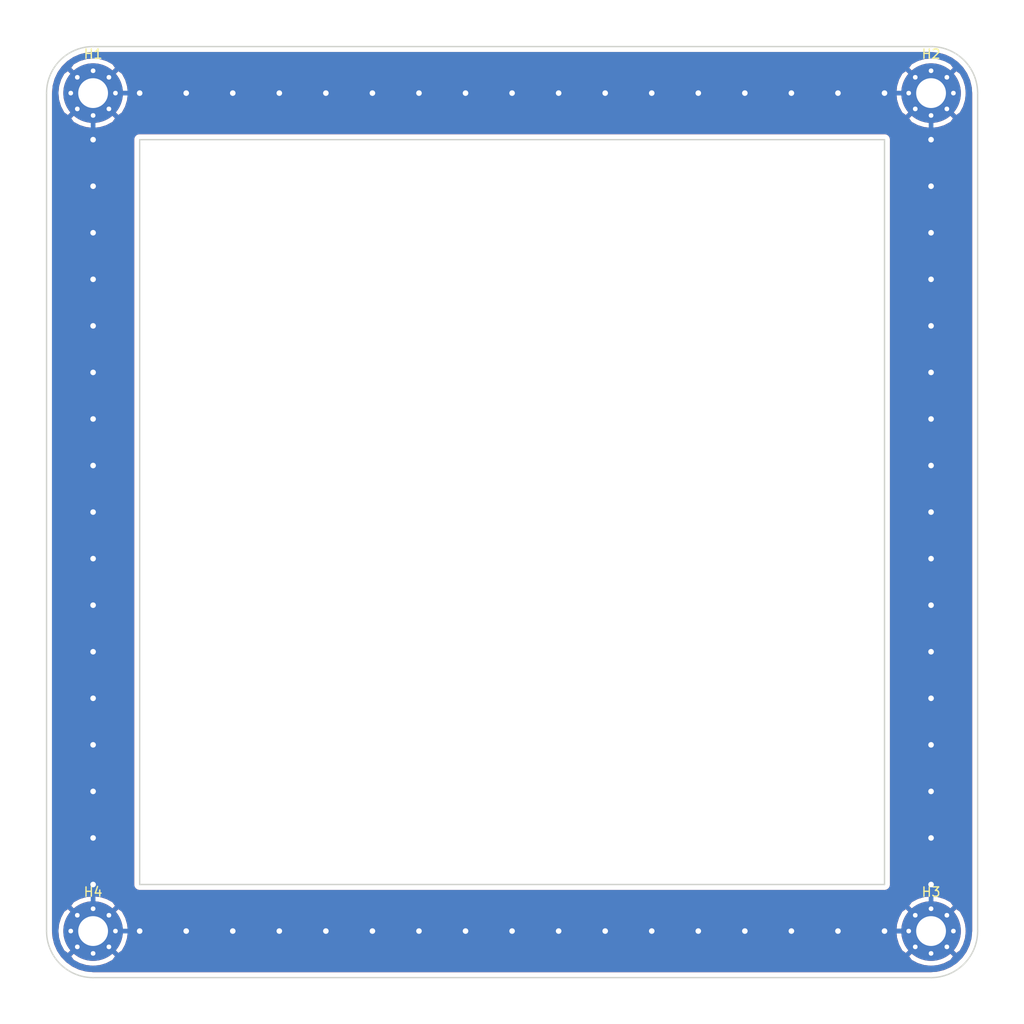
<source format=kicad_pcb>
(kicad_pcb (version 20171130) (host pcbnew "(5.1.6)-1")

  (general
    (thickness 1.6)
    (drawings 38)
    (tracks 111)
    (zones 0)
    (modules 4)
    (nets 2)
  )

  (page A4)
  (layers
    (0 F.Cu signal)
    (31 B.Cu signal)
    (32 B.Adhes user)
    (33 F.Adhes user)
    (34 B.Paste user)
    (35 F.Paste user)
    (36 B.SilkS user)
    (37 F.SilkS user)
    (38 B.Mask user)
    (39 F.Mask user)
    (40 Dwgs.User user)
    (41 Cmts.User user)
    (42 Eco1.User user)
    (43 Eco2.User user)
    (44 Edge.Cuts user)
    (45 Margin user)
    (46 B.CrtYd user)
    (47 F.CrtYd user)
    (48 B.Fab user)
    (49 F.Fab user)
  )

  (setup
    (last_trace_width 0.5)
    (trace_clearance 0.3)
    (zone_clearance 0.508)
    (zone_45_only no)
    (trace_min 0.2)
    (via_size 1)
    (via_drill 0.6)
    (via_min_size 0.4)
    (via_min_drill 0.3)
    (uvia_size 0.3)
    (uvia_drill 0.1)
    (uvias_allowed no)
    (uvia_min_size 0.2)
    (uvia_min_drill 0.1)
    (edge_width 0.05)
    (segment_width 0.2)
    (pcb_text_width 0.3)
    (pcb_text_size 1.5 1.5)
    (mod_edge_width 0.12)
    (mod_text_size 1 1)
    (mod_text_width 0.15)
    (pad_size 8.5 8.5)
    (pad_drill 4.3)
    (pad_to_mask_clearance 0.05)
    (aux_axis_origin 0 0)
    (visible_elements 7FFFFF7F)
    (pcbplotparams
      (layerselection 0x310fc_ffffffff)
      (usegerberextensions false)
      (usegerberattributes true)
      (usegerberadvancedattributes true)
      (creategerberjobfile false)
      (excludeedgelayer false)
      (linewidth 0.100000)
      (plotframeref false)
      (viasonmask false)
      (mode 1)
      (useauxorigin true)
      (hpglpennumber 1)
      (hpglpenspeed 20)
      (hpglpendiameter 15.000000)
      (psnegative false)
      (psa4output false)
      (plotreference true)
      (plotvalue true)
      (plotinvisibletext false)
      (padsonsilk true)
      (subtractmaskfromsilk false)
      (outputformat 1)
      (mirror false)
      (drillshape 0)
      (scaleselection 1)
      (outputdirectory "gerbers/"))
  )

  (net 0 "")
  (net 1 GND)

  (net_class Default "This is the default net class."
    (clearance 0.3)
    (trace_width 0.5)
    (via_dia 1)
    (via_drill 0.6)
    (uvia_dia 0.3)
    (uvia_drill 0.1)
    (add_net GND)
  )

  (module MountingHole:MountingHole_3.2mm_M3_Pad_Via (layer F.Cu) (tedit 56DDBCCA) (tstamp 5FCD6E3F)
    (at 105 60)
    (descr "Mounting Hole 3.2mm, M3")
    (tags "mounting hole 3.2mm m3")
    (path /5FCC1D68)
    (attr virtual)
    (fp_text reference H1 (at 0 -4.2) (layer F.SilkS)
      (effects (font (size 1 1) (thickness 0.15)))
    )
    (fp_text value MountingHole_Pad (at 0 4.2) (layer F.Fab)
      (effects (font (size 1 1) (thickness 0.15)))
    )
    (fp_circle (center 0 0) (end 3.2 0) (layer Cmts.User) (width 0.15))
    (fp_circle (center 0 0) (end 3.45 0) (layer F.CrtYd) (width 0.05))
    (fp_text user %R (at 0.3 0) (layer F.Fab)
      (effects (font (size 1 1) (thickness 0.15)))
    )
    (pad 1 thru_hole circle (at 0 0) (size 6.4 6.4) (drill 3.2) (layers *.Cu *.Mask)
      (net 1 GND))
    (pad 1 thru_hole circle (at 2.4 0) (size 0.8 0.8) (drill 0.5) (layers *.Cu *.Mask)
      (net 1 GND))
    (pad 1 thru_hole circle (at 1.697056 1.697056) (size 0.8 0.8) (drill 0.5) (layers *.Cu *.Mask)
      (net 1 GND))
    (pad 1 thru_hole circle (at 0 2.4) (size 0.8 0.8) (drill 0.5) (layers *.Cu *.Mask)
      (net 1 GND))
    (pad 1 thru_hole circle (at -1.697056 1.697056) (size 0.8 0.8) (drill 0.5) (layers *.Cu *.Mask)
      (net 1 GND))
    (pad 1 thru_hole circle (at -2.4 0) (size 0.8 0.8) (drill 0.5) (layers *.Cu *.Mask)
      (net 1 GND))
    (pad 1 thru_hole circle (at -1.697056 -1.697056) (size 0.8 0.8) (drill 0.5) (layers *.Cu *.Mask)
      (net 1 GND))
    (pad 1 thru_hole circle (at 0 -2.4) (size 0.8 0.8) (drill 0.5) (layers *.Cu *.Mask)
      (net 1 GND))
    (pad 1 thru_hole circle (at 1.697056 -1.697056) (size 0.8 0.8) (drill 0.5) (layers *.Cu *.Mask)
      (net 1 GND))
  )

  (module MountingHole:MountingHole_3.2mm_M3_Pad_Via (layer F.Cu) (tedit 56DDBCCA) (tstamp 5FCD6E4F)
    (at 195 60)
    (descr "Mounting Hole 3.2mm, M3")
    (tags "mounting hole 3.2mm m3")
    (path /5FCD7741)
    (attr virtual)
    (fp_text reference H2 (at 0 -4.2) (layer F.SilkS)
      (effects (font (size 1 1) (thickness 0.15)))
    )
    (fp_text value MountingHole_Pad (at 0 4.2) (layer F.Fab)
      (effects (font (size 1 1) (thickness 0.15)))
    )
    (fp_circle (center 0 0) (end 3.2 0) (layer Cmts.User) (width 0.15))
    (fp_circle (center 0 0) (end 3.45 0) (layer F.CrtYd) (width 0.05))
    (fp_text user %R (at 0.3 0) (layer F.Fab)
      (effects (font (size 1 1) (thickness 0.15)))
    )
    (pad 1 thru_hole circle (at 0 0) (size 6.4 6.4) (drill 3.2) (layers *.Cu *.Mask)
      (net 1 GND))
    (pad 1 thru_hole circle (at 2.4 0) (size 0.8 0.8) (drill 0.5) (layers *.Cu *.Mask)
      (net 1 GND))
    (pad 1 thru_hole circle (at 1.697056 1.697056) (size 0.8 0.8) (drill 0.5) (layers *.Cu *.Mask)
      (net 1 GND))
    (pad 1 thru_hole circle (at 0 2.4) (size 0.8 0.8) (drill 0.5) (layers *.Cu *.Mask)
      (net 1 GND))
    (pad 1 thru_hole circle (at -1.697056 1.697056) (size 0.8 0.8) (drill 0.5) (layers *.Cu *.Mask)
      (net 1 GND))
    (pad 1 thru_hole circle (at -2.4 0) (size 0.8 0.8) (drill 0.5) (layers *.Cu *.Mask)
      (net 1 GND))
    (pad 1 thru_hole circle (at -1.697056 -1.697056) (size 0.8 0.8) (drill 0.5) (layers *.Cu *.Mask)
      (net 1 GND))
    (pad 1 thru_hole circle (at 0 -2.4) (size 0.8 0.8) (drill 0.5) (layers *.Cu *.Mask)
      (net 1 GND))
    (pad 1 thru_hole circle (at 1.697056 -1.697056) (size 0.8 0.8) (drill 0.5) (layers *.Cu *.Mask)
      (net 1 GND))
  )

  (module MountingHole:MountingHole_3.2mm_M3_Pad_Via (layer F.Cu) (tedit 56DDBCCA) (tstamp 5FCD6E5F)
    (at 195 150)
    (descr "Mounting Hole 3.2mm, M3")
    (tags "mounting hole 3.2mm m3")
    (path /5FCCD464)
    (attr virtual)
    (fp_text reference H3 (at 0 -4.2) (layer F.SilkS)
      (effects (font (size 1 1) (thickness 0.15)))
    )
    (fp_text value MountingHole_Pad (at 0 4.2) (layer F.Fab)
      (effects (font (size 1 1) (thickness 0.15)))
    )
    (fp_circle (center 0 0) (end 3.45 0) (layer F.CrtYd) (width 0.05))
    (fp_circle (center 0 0) (end 3.2 0) (layer Cmts.User) (width 0.15))
    (fp_text user %R (at 0.3 0) (layer F.Fab)
      (effects (font (size 1 1) (thickness 0.15)))
    )
    (pad 1 thru_hole circle (at 1.697056 -1.697056) (size 0.8 0.8) (drill 0.5) (layers *.Cu *.Mask)
      (net 1 GND))
    (pad 1 thru_hole circle (at 0 -2.4) (size 0.8 0.8) (drill 0.5) (layers *.Cu *.Mask)
      (net 1 GND))
    (pad 1 thru_hole circle (at -1.697056 -1.697056) (size 0.8 0.8) (drill 0.5) (layers *.Cu *.Mask)
      (net 1 GND))
    (pad 1 thru_hole circle (at -2.4 0) (size 0.8 0.8) (drill 0.5) (layers *.Cu *.Mask)
      (net 1 GND))
    (pad 1 thru_hole circle (at -1.697056 1.697056) (size 0.8 0.8) (drill 0.5) (layers *.Cu *.Mask)
      (net 1 GND))
    (pad 1 thru_hole circle (at 0 2.4) (size 0.8 0.8) (drill 0.5) (layers *.Cu *.Mask)
      (net 1 GND))
    (pad 1 thru_hole circle (at 1.697056 1.697056) (size 0.8 0.8) (drill 0.5) (layers *.Cu *.Mask)
      (net 1 GND))
    (pad 1 thru_hole circle (at 2.4 0) (size 0.8 0.8) (drill 0.5) (layers *.Cu *.Mask)
      (net 1 GND))
    (pad 1 thru_hole circle (at 0 0) (size 6.4 6.4) (drill 3.2) (layers *.Cu *.Mask)
      (net 1 GND))
  )

  (module MountingHole:MountingHole_3.2mm_M3_Pad_Via (layer F.Cu) (tedit 56DDBCCA) (tstamp 5FCD6E6F)
    (at 105 150)
    (descr "Mounting Hole 3.2mm, M3")
    (tags "mounting hole 3.2mm m3")
    (path /5FCE1C37)
    (attr virtual)
    (fp_text reference H4 (at 0 -4.2) (layer F.SilkS)
      (effects (font (size 1 1) (thickness 0.15)))
    )
    (fp_text value MountingHole_Pad (at 0 4.2) (layer F.Fab)
      (effects (font (size 1 1) (thickness 0.15)))
    )
    (fp_circle (center 0 0) (end 3.45 0) (layer F.CrtYd) (width 0.05))
    (fp_circle (center 0 0) (end 3.2 0) (layer Cmts.User) (width 0.15))
    (fp_text user %R (at 0.3 0) (layer F.Fab)
      (effects (font (size 1 1) (thickness 0.15)))
    )
    (pad 1 thru_hole circle (at 1.697056 -1.697056) (size 0.8 0.8) (drill 0.5) (layers *.Cu *.Mask)
      (net 1 GND))
    (pad 1 thru_hole circle (at 0 -2.4) (size 0.8 0.8) (drill 0.5) (layers *.Cu *.Mask)
      (net 1 GND))
    (pad 1 thru_hole circle (at -1.697056 -1.697056) (size 0.8 0.8) (drill 0.5) (layers *.Cu *.Mask)
      (net 1 GND))
    (pad 1 thru_hole circle (at -2.4 0) (size 0.8 0.8) (drill 0.5) (layers *.Cu *.Mask)
      (net 1 GND))
    (pad 1 thru_hole circle (at -1.697056 1.697056) (size 0.8 0.8) (drill 0.5) (layers *.Cu *.Mask)
      (net 1 GND))
    (pad 1 thru_hole circle (at 0 2.4) (size 0.8 0.8) (drill 0.5) (layers *.Cu *.Mask)
      (net 1 GND))
    (pad 1 thru_hole circle (at 1.697056 1.697056) (size 0.8 0.8) (drill 0.5) (layers *.Cu *.Mask)
      (net 1 GND))
    (pad 1 thru_hole circle (at 2.4 0) (size 0.8 0.8) (drill 0.5) (layers *.Cu *.Mask)
      (net 1 GND))
    (pad 1 thru_hole circle (at 0 0) (size 6.4 6.4) (drill 3.2) (layers *.Cu *.Mask)
      (net 1 GND))
  )

  (gr_line (start 115 80) (end 185 80) (layer Eco2.User) (width 0.15))
  (gr_line (start 115 90) (end 115 80) (layer Eco2.User) (width 0.15))
  (gr_line (start 185 90) (end 115 90) (layer Eco2.User) (width 0.15))
  (gr_line (start 185 100) (end 185 90) (layer Eco2.User) (width 0.15))
  (gr_line (start 115 100) (end 185 100) (layer Eco2.User) (width 0.15))
  (gr_line (start 115 110) (end 115 100) (layer Eco2.User) (width 0.15))
  (gr_line (start 185 110) (end 115 110) (layer Eco2.User) (width 0.15))
  (gr_line (start 185 120) (end 185 110) (layer Eco2.User) (width 0.15))
  (gr_line (start 115 120) (end 185 120) (layer Eco2.User) (width 0.15))
  (gr_line (start 115 130) (end 115 120) (layer Eco2.User) (width 0.15))
  (gr_line (start 185 130) (end 115 130) (layer Eco2.User) (width 0.15))
  (gr_line (start 175 70) (end 175 140) (layer Eco2.User) (width 0.15))
  (gr_line (start 165 70) (end 175 70) (layer Eco2.User) (width 0.15))
  (gr_line (start 165 140) (end 165 70) (layer Eco2.User) (width 0.15))
  (gr_line (start 155 140) (end 165 140) (layer Eco2.User) (width 0.15))
  (gr_line (start 155 70) (end 155 140) (layer Eco2.User) (width 0.15))
  (gr_line (start 145 70) (end 155 70) (layer Eco2.User) (width 0.15))
  (gr_line (start 145 140) (end 145 70) (layer Eco2.User) (width 0.15))
  (gr_line (start 135 140) (end 145 140) (layer Eco2.User) (width 0.15))
  (gr_line (start 135 70) (end 135 140) (layer Eco2.User) (width 0.15))
  (gr_line (start 125 70) (end 135 70) (layer Eco2.User) (width 0.15))
  (gr_line (start 125 140) (end 125 70) (layer Eco2.User) (width 0.15))
  (gr_line (start 115 140) (end 185 140) (layer Eco2.User) (width 0.15) (tstamp 5FC9EB81))
  (gr_line (start 115 70) (end 115 140) (layer Eco2.User) (width 0.15))
  (gr_line (start 185 70) (end 115 70) (layer Eco2.User) (width 0.15))
  (gr_line (start 185 140) (end 185 70) (layer Eco2.User) (width 0.15))
  (gr_arc (start 195 60) (end 200 60) (angle -90) (layer Edge.Cuts) (width 0.15))
  (gr_arc (start 195 150) (end 195 155) (angle -90) (layer Edge.Cuts) (width 0.15))
  (gr_arc (start 105 150) (end 100 150) (angle -90) (layer Edge.Cuts) (width 0.15))
  (gr_arc (start 105 60) (end 105 55) (angle -90) (layer Edge.Cuts) (width 0.15))
  (gr_line (start 100 150) (end 100 60) (layer Edge.Cuts) (width 0.15))
  (gr_line (start 195 155) (end 105 155) (layer Edge.Cuts) (width 0.15))
  (gr_line (start 200 60) (end 200 150) (layer Edge.Cuts) (width 0.15))
  (gr_line (start 105 55) (end 195 55) (layer Edge.Cuts) (width 0.15))
  (gr_line (start 110 65) (end 110 145) (layer Edge.Cuts) (width 0.15) (tstamp 5F973D88))
  (gr_line (start 190 145) (end 110 145) (layer Edge.Cuts) (width 0.15))
  (gr_line (start 190 65) (end 190 145) (layer Edge.Cuts) (width 0.15))
  (gr_line (start 110 65) (end 190 65) (layer Edge.Cuts) (width 0.15) (tstamp 5FA1ED95))

  (segment (start 195 150) (end 185 150) (width 0.5) (layer B.Cu) (net 1))
  (segment (start 105 60) (end 105 136) (width 0.5) (layer B.Cu) (net 1))
  (segment (start 105 136) (end 105 150) (width 0.5) (layer B.Cu) (net 1))
  (segment (start 195 60) (end 195 98.5) (width 0.5) (layer B.Cu) (net 1))
  (segment (start 195 98.5) (end 195 150) (width 0.5) (layer B.Cu) (net 1))
  (via (at 105 65) (size 1) (drill 0.6) (layers F.Cu B.Cu) (net 1) (tstamp 5F9F24E4))
  (via (at 105 70) (size 1) (drill 0.6) (layers F.Cu B.Cu) (net 1) (tstamp 5F9F2503))
  (via (at 105 75) (size 1) (drill 0.6) (layers F.Cu B.Cu) (net 1) (tstamp 5F9F2505))
  (via (at 105 80) (size 1) (drill 0.6) (layers F.Cu B.Cu) (net 1) (tstamp 5F9F2507))
  (via (at 105 85) (size 1) (drill 0.6) (layers F.Cu B.Cu) (net 1) (tstamp 5F9F2509))
  (via (at 105 90) (size 1) (drill 0.6) (layers F.Cu B.Cu) (net 1) (tstamp 5F9F250B))
  (via (at 105 95) (size 1) (drill 0.6) (layers F.Cu B.Cu) (net 1) (tstamp 5F9F250D))
  (via (at 105 105) (size 1) (drill 0.6) (layers F.Cu B.Cu) (net 1) (tstamp 5F9F2511))
  (via (at 105 110) (size 1) (drill 0.6) (layers F.Cu B.Cu) (net 1) (tstamp 5F9F2513))
  (via (at 105 115) (size 1) (drill 0.6) (layers F.Cu B.Cu) (net 1) (tstamp 5F9F2515))
  (via (at 105 120) (size 1) (drill 0.6) (layers F.Cu B.Cu) (net 1) (tstamp 5F9F2517))
  (via (at 105 130) (size 1) (drill 0.6) (layers F.Cu B.Cu) (net 1) (tstamp 5F9F251B))
  (via (at 105 135) (size 1) (drill 0.6) (layers F.Cu B.Cu) (net 1) (tstamp 5F9F251D))
  (via (at 105 140) (size 1) (drill 0.6) (layers F.Cu B.Cu) (net 1) (tstamp 5F9F251F))
  (via (at 105 145) (size 1) (drill 0.6) (layers F.Cu B.Cu) (net 1) (tstamp 5F9F2521))
  (via (at 110 60) (size 1) (drill 0.6) (layers F.Cu B.Cu) (net 1) (tstamp 5F9F2545))
  (via (at 115 60) (size 1) (drill 0.6) (layers F.Cu B.Cu) (net 1) (tstamp 5F9F2548))
  (via (at 120 60) (size 1) (drill 0.6) (layers F.Cu B.Cu) (net 1) (tstamp 5F9F254A))
  (via (at 125 60) (size 1) (drill 0.6) (layers F.Cu B.Cu) (net 1) (tstamp 5F9F254C))
  (via (at 130 60) (size 1) (drill 0.6) (layers F.Cu B.Cu) (net 1) (tstamp 5F9F254E))
  (via (at 135 60) (size 1) (drill 0.6) (layers F.Cu B.Cu) (net 1) (tstamp 5F9F2550))
  (via (at 140 60) (size 1) (drill 0.6) (layers F.Cu B.Cu) (net 1) (tstamp 5F9F2552))
  (via (at 145 60) (size 1) (drill 0.6) (layers F.Cu B.Cu) (net 1) (tstamp 5F9F2554))
  (via (at 150 60) (size 1) (drill 0.6) (layers F.Cu B.Cu) (net 1) (tstamp 5F9F2556))
  (via (at 155 60) (size 1) (drill 0.6) (layers F.Cu B.Cu) (net 1) (tstamp 5F9F2558))
  (via (at 160 60) (size 1) (drill 0.6) (layers F.Cu B.Cu) (net 1) (tstamp 5F9F255A))
  (via (at 170 60) (size 1) (drill 0.6) (layers F.Cu B.Cu) (net 1) (tstamp 5F9F255E))
  (via (at 175 60) (size 1) (drill 0.6) (layers F.Cu B.Cu) (net 1) (tstamp 5F9F2560))
  (via (at 180 60) (size 1) (drill 0.6) (layers F.Cu B.Cu) (net 1) (tstamp 5F9F2562))
  (via (at 185 60) (size 1) (drill 0.6) (layers F.Cu B.Cu) (net 1) (tstamp 5F9F2564))
  (via (at 190 60) (size 1) (drill 0.6) (layers F.Cu B.Cu) (net 1) (tstamp 5F9F2566))
  (via (at 195 65) (size 1) (drill 0.6) (layers F.Cu B.Cu) (net 1) (tstamp 5F9F257B))
  (via (at 195 70) (size 1) (drill 0.6) (layers F.Cu B.Cu) (net 1) (tstamp 5F9F257F))
  (via (at 195 75) (size 1) (drill 0.6) (layers F.Cu B.Cu) (net 1) (tstamp 5F9F2581))
  (via (at 195 80) (size 1) (drill 0.6) (layers F.Cu B.Cu) (net 1) (tstamp 5F9F2583))
  (via (at 195 85) (size 1) (drill 0.6) (layers F.Cu B.Cu) (net 1) (tstamp 5F9F2585))
  (via (at 195 90) (size 1) (drill 0.6) (layers F.Cu B.Cu) (net 1) (tstamp 5F9F2587))
  (via (at 195 95) (size 1) (drill 0.6) (layers F.Cu B.Cu) (net 1) (tstamp 5F9F2589))
  (via (at 195 100) (size 1) (drill 0.6) (layers F.Cu B.Cu) (net 1) (tstamp 5F9F258B))
  (via (at 195 105) (size 1) (drill 0.6) (layers F.Cu B.Cu) (net 1) (tstamp 5F9F258D))
  (via (at 195 110) (size 1) (drill 0.6) (layers F.Cu B.Cu) (net 1) (tstamp 5F9F258F))
  (via (at 195 115) (size 1) (drill 0.6) (layers F.Cu B.Cu) (net 1) (tstamp 5F9F2591))
  (via (at 195 120) (size 1) (drill 0.6) (layers F.Cu B.Cu) (net 1) (tstamp 5F9F2593))
  (via (at 195 125) (size 1) (drill 0.6) (layers F.Cu B.Cu) (net 1) (tstamp 5F9F2595))
  (via (at 195 130) (size 1) (drill 0.6) (layers F.Cu B.Cu) (net 1) (tstamp 5F9F2597))
  (via (at 195 135) (size 1) (drill 0.6) (layers F.Cu B.Cu) (net 1) (tstamp 5F9F2599))
  (via (at 195 140) (size 1) (drill 0.6) (layers F.Cu B.Cu) (net 1) (tstamp 5F9F259B))
  (via (at 195 145) (size 1) (drill 0.6) (layers F.Cu B.Cu) (net 1) (tstamp 5F9F259D))
  (via (at 110 150) (size 1) (drill 0.6) (layers F.Cu B.Cu) (net 1) (tstamp 5F9F25A0))
  (via (at 115 150) (size 1) (drill 0.6) (layers F.Cu B.Cu) (net 1) (tstamp 5F9F25A5))
  (via (at 125 150) (size 1) (drill 0.6) (layers F.Cu B.Cu) (net 1) (tstamp 5F9F25A9))
  (via (at 130 150) (size 1) (drill 0.6) (layers F.Cu B.Cu) (net 1) (tstamp 5F9F25AB))
  (via (at 135 150) (size 1) (drill 0.6) (layers F.Cu B.Cu) (net 1) (tstamp 5F9F25AD))
  (via (at 145 150) (size 1) (drill 0.6) (layers F.Cu B.Cu) (net 1) (tstamp 5F9F25B1))
  (via (at 150 150) (size 1) (drill 0.6) (layers F.Cu B.Cu) (net 1) (tstamp 5F9F25B3))
  (via (at 160 150) (size 1) (drill 0.6) (layers F.Cu B.Cu) (net 1) (tstamp 5F9F25B7))
  (via (at 165 150) (size 1) (drill 0.6) (layers F.Cu B.Cu) (net 1) (tstamp 5F9F25B9))
  (via (at 170 150) (size 1) (drill 0.6) (layers F.Cu B.Cu) (net 1) (tstamp 5F9F25BB))
  (via (at 175 150) (size 1) (drill 0.6) (layers F.Cu B.Cu) (net 1) (tstamp 5F9F25BD))
  (via (at 180 150) (size 1) (drill 0.6) (layers F.Cu B.Cu) (net 1) (tstamp 5F9F25BF))
  (via (at 185 150) (size 1) (drill 0.6) (layers F.Cu B.Cu) (net 1) (tstamp 5F9F25C1))
  (via (at 190 150) (size 1) (drill 0.6) (layers F.Cu B.Cu) (net 1) (tstamp 5F9F25C3))
  (via (at 105 100) (size 1) (drill 0.6) (layers F.Cu B.Cu) (net 1) (tstamp 5F9F4563))
  (via (at 105 125) (size 1) (drill 0.6) (layers F.Cu B.Cu) (net 1) (tstamp 5F9F45C9))
  (segment (start 181 60) (end 182 60) (width 0.5) (layer B.Cu) (net 1))
  (segment (start 175.25 60.25) (end 175 60) (width 0.5) (layer B.Cu) (net 1))
  (via (at 165 60) (size 1) (drill 0.6) (layers F.Cu B.Cu) (net 1) (tstamp 5FC9E6D2))
  (via (at 120 150) (size 1) (drill 0.6) (layers F.Cu B.Cu) (net 1) (tstamp 5FC9E6D5))
  (via (at 140 150) (size 1) (drill 0.6) (layers F.Cu B.Cu) (net 1) (tstamp 5FC9E6D8))
  (via (at 155 150) (size 1) (drill 0.6) (layers F.Cu B.Cu) (net 1) (tstamp 5FC9E6DB))
  (segment (start 117 150) (end 113 150) (width 0.5) (layer B.Cu) (net 1))
  (segment (start 113 150) (end 105 150) (width 0.5) (layer B.Cu) (net 1))
  (segment (start 127 60) (end 133 60) (width 0.5) (layer B.Cu) (net 1))
  (segment (start 133 150) (end 127 150) (width 0.5) (layer B.Cu) (net 1))
  (segment (start 117 60) (end 118 60) (width 0.5) (layer B.Cu) (net 1))
  (segment (start 118 60) (end 127 60) (width 0.5) (layer B.Cu) (net 1))
  (segment (start 105 60) (end 113 60) (width 0.5) (layer B.Cu) (net 1))
  (segment (start 113 60) (end 117 60) (width 0.5) (layer B.Cu) (net 1))
  (segment (start 127 150) (end 118 150) (width 0.5) (layer B.Cu) (net 1))
  (segment (start 118 150) (end 117 150) (width 0.5) (layer B.Cu) (net 1))
  (segment (start 147 60) (end 149 60) (width 0.5) (layer B.Cu) (net 1))
  (segment (start 149 150) (end 147 150) (width 0.5) (layer B.Cu) (net 1))
  (segment (start 147 150) (end 146.5 150) (width 0.5) (layer B.Cu) (net 1))
  (segment (start 149 60) (end 153 60) (width 0.5) (layer B.Cu) (net 1))
  (segment (start 153 150) (end 149 150) (width 0.5) (layer B.Cu) (net 1))
  (segment (start 171.5 150) (end 167 150) (width 0.5) (layer B.Cu) (net 1))
  (segment (start 167 150) (end 161.5 150) (width 0.5) (layer B.Cu) (net 1))
  (segment (start 167 60) (end 173 60) (width 0.5) (layer B.Cu) (net 1))
  (segment (start 178 150) (end 173 150) (width 0.5) (layer B.Cu) (net 1))
  (segment (start 173 150) (end 171.5 150) (width 0.5) (layer B.Cu) (net 1))
  (segment (start 195 150) (end 187 150) (width 0.5) (layer B.Cu) (net 1))
  (segment (start 182 60) (end 187 60) (width 0.5) (layer B.Cu) (net 1))
  (segment (start 187 60) (end 195 60) (width 0.5) (layer B.Cu) (net 1))
  (segment (start 133 60) (end 138 60) (width 0.5) (layer B.Cu) (net 1))
  (segment (start 138 60) (end 147 60) (width 0.5) (layer B.Cu) (net 1))
  (segment (start 138 150) (end 133 150) (width 0.5) (layer B.Cu) (net 1))
  (segment (start 153 60) (end 158 60) (width 0.5) (layer B.Cu) (net 1))
  (segment (start 158 60) (end 167 60) (width 0.5) (layer B.Cu) (net 1))
  (segment (start 161.5 150) (end 158 150) (width 0.5) (layer B.Cu) (net 1))
  (segment (start 158 150) (end 153 150) (width 0.5) (layer B.Cu) (net 1))
  (segment (start 173 60) (end 178 60) (width 0.5) (layer B.Cu) (net 1))
  (segment (start 178 60) (end 181 60) (width 0.5) (layer B.Cu) (net 1))
  (segment (start 141.5 150) (end 138 150) (width 0.5) (layer B.Cu) (net 1))
  (segment (start 146.5 150) (end 141.5 150) (width 0.5) (layer B.Cu) (net 1))
  (segment (start 181.5 150) (end 178 150) (width 0.5) (layer B.Cu) (net 1))
  (segment (start 187 150) (end 181.5 150) (width 0.5) (layer B.Cu) (net 1))

  (zone (net 1) (net_name GND) (layer F.Cu) (tstamp 5FCD1929) (hatch edge 0.508)
    (connect_pads (clearance 0.508))
    (min_thickness 0.254)
    (fill yes (arc_segments 32) (thermal_gap 0.508) (thermal_bridge_width 0.508))
    (polygon
      (pts
        (xy 205 160) (xy 95 160) (xy 95 50) (xy 205 50)
      )
    )
    (filled_polygon
      (pts
        (xy 195.759192 55.780578) (xy 196.494389 55.981705) (xy 197.182351 56.309846) (xy 197.801331 56.754628) (xy 198.331761 57.301988)
        (xy 198.756884 57.934639) (xy 199.063251 58.632561) (xy 199.242499 59.379183) (xy 199.29 60.02603) (xy 199.290001 149.96837)
        (xy 199.219422 150.759193) (xy 199.018295 151.494389) (xy 198.690152 152.182355) (xy 198.245374 152.801328) (xy 197.698012 153.331761)
        (xy 197.065362 153.756883) (xy 196.367439 154.063251) (xy 195.620819 154.242499) (xy 194.97397 154.29) (xy 105.031618 154.29)
        (xy 104.240807 154.219422) (xy 103.505611 154.018295) (xy 102.817645 153.690152) (xy 102.198672 153.245374) (xy 101.67102 152.700881)
        (xy 102.478724 152.700881) (xy 102.838912 153.190548) (xy 103.502882 153.550849) (xy 104.224385 153.774694) (xy 104.975695 153.85348)
        (xy 105.727938 153.784178) (xy 106.452208 153.569452) (xy 107.12067 153.217555) (xy 107.161088 153.190548) (xy 107.521276 152.700881)
        (xy 192.478724 152.700881) (xy 192.838912 153.190548) (xy 193.502882 153.550849) (xy 194.224385 153.774694) (xy 194.975695 153.85348)
        (xy 195.727938 153.784178) (xy 196.452208 153.569452) (xy 197.12067 153.217555) (xy 197.161088 153.190548) (xy 197.521276 152.700881)
        (xy 195 150.179605) (xy 192.478724 152.700881) (xy 107.521276 152.700881) (xy 105 150.179605) (xy 102.478724 152.700881)
        (xy 101.67102 152.700881) (xy 101.668239 152.698012) (xy 101.243117 152.065362) (xy 100.936749 151.367439) (xy 100.757501 150.620819)
        (xy 100.710127 149.975695) (xy 101.14652 149.975695) (xy 101.215822 150.727938) (xy 101.430548 151.452208) (xy 101.782445 152.12067)
        (xy 101.809452 152.161088) (xy 102.299119 152.521276) (xy 104.820395 150) (xy 105.179605 150) (xy 107.700881 152.521276)
        (xy 108.190548 152.161088) (xy 108.550849 151.497118) (xy 108.774694 150.775615) (xy 108.85348 150.024305) (xy 108.849002 149.975695)
        (xy 191.14652 149.975695) (xy 191.215822 150.727938) (xy 191.430548 151.452208) (xy 191.782445 152.12067) (xy 191.809452 152.161088)
        (xy 192.299119 152.521276) (xy 194.820395 150) (xy 195.179605 150) (xy 197.700881 152.521276) (xy 198.190548 152.161088)
        (xy 198.550849 151.497118) (xy 198.774694 150.775615) (xy 198.85348 150.024305) (xy 198.784178 149.272062) (xy 198.569452 148.547792)
        (xy 198.217555 147.87933) (xy 198.190548 147.838912) (xy 197.700881 147.478724) (xy 195.179605 150) (xy 194.820395 150)
        (xy 192.299119 147.478724) (xy 191.809452 147.838912) (xy 191.449151 148.502882) (xy 191.225306 149.224385) (xy 191.14652 149.975695)
        (xy 108.849002 149.975695) (xy 108.784178 149.272062) (xy 108.569452 148.547792) (xy 108.217555 147.87933) (xy 108.190548 147.838912)
        (xy 107.700881 147.478724) (xy 105.179605 150) (xy 104.820395 150) (xy 102.299119 147.478724) (xy 101.809452 147.838912)
        (xy 101.449151 148.502882) (xy 101.225306 149.224385) (xy 101.14652 149.975695) (xy 100.710127 149.975695) (xy 100.71 149.97397)
        (xy 100.71 147.299119) (xy 102.478724 147.299119) (xy 105 149.820395) (xy 107.521276 147.299119) (xy 192.478724 147.299119)
        (xy 195 149.820395) (xy 197.521276 147.299119) (xy 197.161088 146.809452) (xy 196.497118 146.449151) (xy 195.775615 146.225306)
        (xy 195.024305 146.14652) (xy 194.272062 146.215822) (xy 193.547792 146.430548) (xy 192.87933 146.782445) (xy 192.838912 146.809452)
        (xy 192.478724 147.299119) (xy 107.521276 147.299119) (xy 107.161088 146.809452) (xy 106.497118 146.449151) (xy 105.775615 146.225306)
        (xy 105.024305 146.14652) (xy 104.272062 146.215822) (xy 103.547792 146.430548) (xy 102.87933 146.782445) (xy 102.838912 146.809452)
        (xy 102.478724 147.299119) (xy 100.71 147.299119) (xy 100.71 65) (xy 109.286565 65) (xy 109.29 65.034877)
        (xy 109.290001 144.965113) (xy 109.286565 145) (xy 109.300273 145.139184) (xy 109.340872 145.27302) (xy 109.4068 145.396363)
        (xy 109.495525 145.504475) (xy 109.603637 145.5932) (xy 109.72698 145.659128) (xy 109.860816 145.699727) (xy 109.965123 145.71)
        (xy 110 145.713435) (xy 110.034877 145.71) (xy 189.965123 145.71) (xy 190 145.713435) (xy 190.034877 145.71)
        (xy 190.139184 145.699727) (xy 190.27302 145.659128) (xy 190.396363 145.5932) (xy 190.504475 145.504475) (xy 190.5932 145.396363)
        (xy 190.659128 145.27302) (xy 190.699727 145.139184) (xy 190.713435 145) (xy 190.71 144.965123) (xy 190.71 65.034877)
        (xy 190.713435 65) (xy 190.699727 64.860816) (xy 190.659128 64.72698) (xy 190.5932 64.603637) (xy 190.504475 64.495525)
        (xy 190.396363 64.4068) (xy 190.27302 64.340872) (xy 190.139184 64.300273) (xy 190.034877 64.29) (xy 190 64.286565)
        (xy 189.965123 64.29) (xy 110.034877 64.29) (xy 110 64.286565) (xy 109.965123 64.29) (xy 109.860816 64.300273)
        (xy 109.72698 64.340872) (xy 109.603637 64.4068) (xy 109.495525 64.495525) (xy 109.4068 64.603637) (xy 109.340872 64.72698)
        (xy 109.300273 64.860816) (xy 109.286565 65) (xy 100.71 65) (xy 100.71 62.700881) (xy 102.478724 62.700881)
        (xy 102.838912 63.190548) (xy 103.502882 63.550849) (xy 104.224385 63.774694) (xy 104.975695 63.85348) (xy 105.727938 63.784178)
        (xy 106.452208 63.569452) (xy 107.12067 63.217555) (xy 107.161088 63.190548) (xy 107.521276 62.700881) (xy 192.478724 62.700881)
        (xy 192.838912 63.190548) (xy 193.502882 63.550849) (xy 194.224385 63.774694) (xy 194.975695 63.85348) (xy 195.727938 63.784178)
        (xy 196.452208 63.569452) (xy 197.12067 63.217555) (xy 197.161088 63.190548) (xy 197.521276 62.700881) (xy 195 60.179605)
        (xy 192.478724 62.700881) (xy 107.521276 62.700881) (xy 105 60.179605) (xy 102.478724 62.700881) (xy 100.71 62.700881)
        (xy 100.71 60.031618) (xy 100.714991 59.975695) (xy 101.14652 59.975695) (xy 101.215822 60.727938) (xy 101.430548 61.452208)
        (xy 101.782445 62.12067) (xy 101.809452 62.161088) (xy 102.299119 62.521276) (xy 104.820395 60) (xy 105.179605 60)
        (xy 107.700881 62.521276) (xy 108.190548 62.161088) (xy 108.550849 61.497118) (xy 108.774694 60.775615) (xy 108.85348 60.024305)
        (xy 108.849002 59.975695) (xy 191.14652 59.975695) (xy 191.215822 60.727938) (xy 191.430548 61.452208) (xy 191.782445 62.12067)
        (xy 191.809452 62.161088) (xy 192.299119 62.521276) (xy 194.820395 60) (xy 195.179605 60) (xy 197.700881 62.521276)
        (xy 198.190548 62.161088) (xy 198.550849 61.497118) (xy 198.774694 60.775615) (xy 198.85348 60.024305) (xy 198.784178 59.272062)
        (xy 198.569452 58.547792) (xy 198.217555 57.87933) (xy 198.190548 57.838912) (xy 197.700881 57.478724) (xy 195.179605 60)
        (xy 194.820395 60) (xy 192.299119 57.478724) (xy 191.809452 57.838912) (xy 191.449151 58.502882) (xy 191.225306 59.224385)
        (xy 191.14652 59.975695) (xy 108.849002 59.975695) (xy 108.784178 59.272062) (xy 108.569452 58.547792) (xy 108.217555 57.87933)
        (xy 108.190548 57.838912) (xy 107.700881 57.478724) (xy 105.179605 60) (xy 104.820395 60) (xy 102.299119 57.478724)
        (xy 101.809452 57.838912) (xy 101.449151 58.502882) (xy 101.225306 59.224385) (xy 101.14652 59.975695) (xy 100.714991 59.975695)
        (xy 100.780578 59.240808) (xy 100.981705 58.505611) (xy 101.309846 57.817649) (xy 101.682447 57.299119) (xy 102.478724 57.299119)
        (xy 105 59.820395) (xy 107.521276 57.299119) (xy 192.478724 57.299119) (xy 195 59.820395) (xy 197.521276 57.299119)
        (xy 197.161088 56.809452) (xy 196.497118 56.449151) (xy 195.775615 56.225306) (xy 195.024305 56.14652) (xy 194.272062 56.215822)
        (xy 193.547792 56.430548) (xy 192.87933 56.782445) (xy 192.838912 56.809452) (xy 192.478724 57.299119) (xy 107.521276 57.299119)
        (xy 107.161088 56.809452) (xy 106.497118 56.449151) (xy 105.775615 56.225306) (xy 105.024305 56.14652) (xy 104.272062 56.215822)
        (xy 103.547792 56.430548) (xy 102.87933 56.782445) (xy 102.838912 56.809452) (xy 102.478724 57.299119) (xy 101.682447 57.299119)
        (xy 101.754628 57.198669) (xy 102.301988 56.668239) (xy 102.934639 56.243116) (xy 103.632561 55.936749) (xy 104.379183 55.757501)
        (xy 105.02603 55.71) (xy 194.968382 55.71)
      )
    )
  )
  (zone (net 1) (net_name GND) (layer B.Cu) (tstamp 5FCD1926) (hatch edge 0.508)
    (connect_pads (clearance 0.508))
    (min_thickness 0.254)
    (fill yes (arc_segments 32) (thermal_gap 0.508) (thermal_bridge_width 0.508))
    (polygon
      (pts
        (xy 205 160) (xy 95 160) (xy 95 50) (xy 205 50)
      )
    )
    (filled_polygon
      (pts
        (xy 195.759192 55.780578) (xy 196.494389 55.981705) (xy 197.182351 56.309846) (xy 197.801331 56.754628) (xy 198.331761 57.301988)
        (xy 198.756884 57.934639) (xy 199.063251 58.632561) (xy 199.242499 59.379183) (xy 199.29 60.02603) (xy 199.290001 149.96837)
        (xy 199.219422 150.759193) (xy 199.018295 151.494389) (xy 198.690152 152.182355) (xy 198.245374 152.801328) (xy 197.698012 153.331761)
        (xy 197.065362 153.756883) (xy 196.367439 154.063251) (xy 195.620819 154.242499) (xy 194.97397 154.29) (xy 105.031618 154.29)
        (xy 104.240807 154.219422) (xy 103.505611 154.018295) (xy 102.817645 153.690152) (xy 102.198672 153.245374) (xy 101.67102 152.700881)
        (xy 102.478724 152.700881) (xy 102.838912 153.190548) (xy 103.502882 153.550849) (xy 104.224385 153.774694) (xy 104.975695 153.85348)
        (xy 105.727938 153.784178) (xy 106.452208 153.569452) (xy 107.12067 153.217555) (xy 107.161088 153.190548) (xy 107.521276 152.700881)
        (xy 192.478724 152.700881) (xy 192.838912 153.190548) (xy 193.502882 153.550849) (xy 194.224385 153.774694) (xy 194.975695 153.85348)
        (xy 195.727938 153.784178) (xy 196.452208 153.569452) (xy 197.12067 153.217555) (xy 197.161088 153.190548) (xy 197.521276 152.700881)
        (xy 195 150.179605) (xy 192.478724 152.700881) (xy 107.521276 152.700881) (xy 105 150.179605) (xy 102.478724 152.700881)
        (xy 101.67102 152.700881) (xy 101.668239 152.698012) (xy 101.243117 152.065362) (xy 100.936749 151.367439) (xy 100.757501 150.620819)
        (xy 100.710127 149.975695) (xy 101.14652 149.975695) (xy 101.215822 150.727938) (xy 101.430548 151.452208) (xy 101.782445 152.12067)
        (xy 101.809452 152.161088) (xy 102.299119 152.521276) (xy 104.820395 150) (xy 105.179605 150) (xy 107.700881 152.521276)
        (xy 108.190548 152.161088) (xy 108.550849 151.497118) (xy 108.774694 150.775615) (xy 108.85348 150.024305) (xy 108.849002 149.975695)
        (xy 191.14652 149.975695) (xy 191.215822 150.727938) (xy 191.430548 151.452208) (xy 191.782445 152.12067) (xy 191.809452 152.161088)
        (xy 192.299119 152.521276) (xy 194.820395 150) (xy 195.179605 150) (xy 197.700881 152.521276) (xy 198.190548 152.161088)
        (xy 198.550849 151.497118) (xy 198.774694 150.775615) (xy 198.85348 150.024305) (xy 198.784178 149.272062) (xy 198.569452 148.547792)
        (xy 198.217555 147.87933) (xy 198.190548 147.838912) (xy 197.700881 147.478724) (xy 195.179605 150) (xy 194.820395 150)
        (xy 192.299119 147.478724) (xy 191.809452 147.838912) (xy 191.449151 148.502882) (xy 191.225306 149.224385) (xy 191.14652 149.975695)
        (xy 108.849002 149.975695) (xy 108.784178 149.272062) (xy 108.569452 148.547792) (xy 108.217555 147.87933) (xy 108.190548 147.838912)
        (xy 107.700881 147.478724) (xy 105.179605 150) (xy 104.820395 150) (xy 102.299119 147.478724) (xy 101.809452 147.838912)
        (xy 101.449151 148.502882) (xy 101.225306 149.224385) (xy 101.14652 149.975695) (xy 100.710127 149.975695) (xy 100.71 149.97397)
        (xy 100.71 147.299119) (xy 102.478724 147.299119) (xy 105 149.820395) (xy 107.521276 147.299119) (xy 192.478724 147.299119)
        (xy 195 149.820395) (xy 197.521276 147.299119) (xy 197.161088 146.809452) (xy 196.497118 146.449151) (xy 195.775615 146.225306)
        (xy 195.024305 146.14652) (xy 194.272062 146.215822) (xy 193.547792 146.430548) (xy 192.87933 146.782445) (xy 192.838912 146.809452)
        (xy 192.478724 147.299119) (xy 107.521276 147.299119) (xy 107.161088 146.809452) (xy 106.497118 146.449151) (xy 105.775615 146.225306)
        (xy 105.024305 146.14652) (xy 104.272062 146.215822) (xy 103.547792 146.430548) (xy 102.87933 146.782445) (xy 102.838912 146.809452)
        (xy 102.478724 147.299119) (xy 100.71 147.299119) (xy 100.71 65) (xy 109.286565 65) (xy 109.29 65.034877)
        (xy 109.290001 144.965113) (xy 109.286565 145) (xy 109.300273 145.139184) (xy 109.340872 145.27302) (xy 109.4068 145.396363)
        (xy 109.495525 145.504475) (xy 109.603637 145.5932) (xy 109.72698 145.659128) (xy 109.860816 145.699727) (xy 109.965123 145.71)
        (xy 110 145.713435) (xy 110.034877 145.71) (xy 189.965123 145.71) (xy 190 145.713435) (xy 190.034877 145.71)
        (xy 190.139184 145.699727) (xy 190.27302 145.659128) (xy 190.396363 145.5932) (xy 190.504475 145.504475) (xy 190.5932 145.396363)
        (xy 190.659128 145.27302) (xy 190.699727 145.139184) (xy 190.713435 145) (xy 190.71 144.965123) (xy 190.71 65.034877)
        (xy 190.713435 65) (xy 190.699727 64.860816) (xy 190.659128 64.72698) (xy 190.5932 64.603637) (xy 190.504475 64.495525)
        (xy 190.396363 64.4068) (xy 190.27302 64.340872) (xy 190.139184 64.300273) (xy 190.034877 64.29) (xy 190 64.286565)
        (xy 189.965123 64.29) (xy 110.034877 64.29) (xy 110 64.286565) (xy 109.965123 64.29) (xy 109.860816 64.300273)
        (xy 109.72698 64.340872) (xy 109.603637 64.4068) (xy 109.495525 64.495525) (xy 109.4068 64.603637) (xy 109.340872 64.72698)
        (xy 109.300273 64.860816) (xy 109.286565 65) (xy 100.71 65) (xy 100.71 62.700881) (xy 102.478724 62.700881)
        (xy 102.838912 63.190548) (xy 103.502882 63.550849) (xy 104.224385 63.774694) (xy 104.975695 63.85348) (xy 105.727938 63.784178)
        (xy 106.452208 63.569452) (xy 107.12067 63.217555) (xy 107.161088 63.190548) (xy 107.521276 62.700881) (xy 192.478724 62.700881)
        (xy 192.838912 63.190548) (xy 193.502882 63.550849) (xy 194.224385 63.774694) (xy 194.975695 63.85348) (xy 195.727938 63.784178)
        (xy 196.452208 63.569452) (xy 197.12067 63.217555) (xy 197.161088 63.190548) (xy 197.521276 62.700881) (xy 195 60.179605)
        (xy 192.478724 62.700881) (xy 107.521276 62.700881) (xy 105 60.179605) (xy 102.478724 62.700881) (xy 100.71 62.700881)
        (xy 100.71 60.031618) (xy 100.714991 59.975695) (xy 101.14652 59.975695) (xy 101.215822 60.727938) (xy 101.430548 61.452208)
        (xy 101.782445 62.12067) (xy 101.809452 62.161088) (xy 102.299119 62.521276) (xy 104.820395 60) (xy 105.179605 60)
        (xy 107.700881 62.521276) (xy 108.190548 62.161088) (xy 108.550849 61.497118) (xy 108.774694 60.775615) (xy 108.85348 60.024305)
        (xy 108.849002 59.975695) (xy 191.14652 59.975695) (xy 191.215822 60.727938) (xy 191.430548 61.452208) (xy 191.782445 62.12067)
        (xy 191.809452 62.161088) (xy 192.299119 62.521276) (xy 194.820395 60) (xy 195.179605 60) (xy 197.700881 62.521276)
        (xy 198.190548 62.161088) (xy 198.550849 61.497118) (xy 198.774694 60.775615) (xy 198.85348 60.024305) (xy 198.784178 59.272062)
        (xy 198.569452 58.547792) (xy 198.217555 57.87933) (xy 198.190548 57.838912) (xy 197.700881 57.478724) (xy 195.179605 60)
        (xy 194.820395 60) (xy 192.299119 57.478724) (xy 191.809452 57.838912) (xy 191.449151 58.502882) (xy 191.225306 59.224385)
        (xy 191.14652 59.975695) (xy 108.849002 59.975695) (xy 108.784178 59.272062) (xy 108.569452 58.547792) (xy 108.217555 57.87933)
        (xy 108.190548 57.838912) (xy 107.700881 57.478724) (xy 105.179605 60) (xy 104.820395 60) (xy 102.299119 57.478724)
        (xy 101.809452 57.838912) (xy 101.449151 58.502882) (xy 101.225306 59.224385) (xy 101.14652 59.975695) (xy 100.714991 59.975695)
        (xy 100.780578 59.240808) (xy 100.981705 58.505611) (xy 101.309846 57.817649) (xy 101.682447 57.299119) (xy 102.478724 57.299119)
        (xy 105 59.820395) (xy 107.521276 57.299119) (xy 192.478724 57.299119) (xy 195 59.820395) (xy 197.521276 57.299119)
        (xy 197.161088 56.809452) (xy 196.497118 56.449151) (xy 195.775615 56.225306) (xy 195.024305 56.14652) (xy 194.272062 56.215822)
        (xy 193.547792 56.430548) (xy 192.87933 56.782445) (xy 192.838912 56.809452) (xy 192.478724 57.299119) (xy 107.521276 57.299119)
        (xy 107.161088 56.809452) (xy 106.497118 56.449151) (xy 105.775615 56.225306) (xy 105.024305 56.14652) (xy 104.272062 56.215822)
        (xy 103.547792 56.430548) (xy 102.87933 56.782445) (xy 102.838912 56.809452) (xy 102.478724 57.299119) (xy 101.682447 57.299119)
        (xy 101.754628 57.198669) (xy 102.301988 56.668239) (xy 102.934639 56.243116) (xy 103.632561 55.936749) (xy 104.379183 55.757501)
        (xy 105.02603 55.71) (xy 194.968382 55.71)
      )
    )
  )
)

</source>
